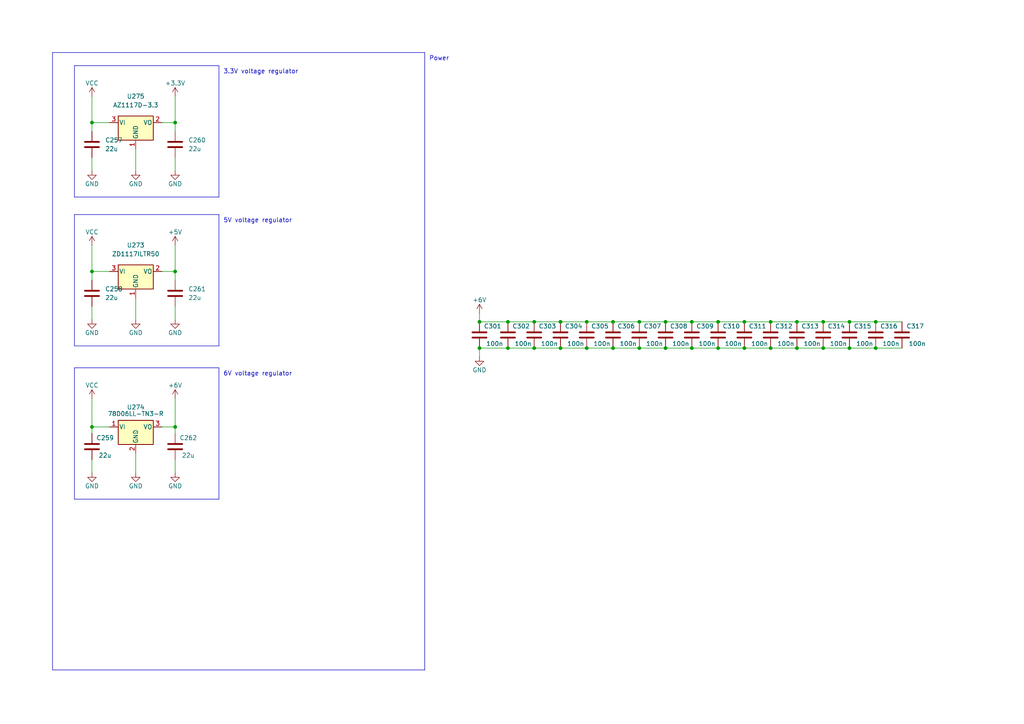
<source format=kicad_sch>
(kicad_sch (version 20230121) (generator eeschema)
  (paper "A4")
  (lib_symbols
    (symbol "Device:C" (pin_numbers hide) (pin_names (offset 0.254))
      (property "Reference" "C" (at 0.635 2.54 0))
      (property "Value" "C" (at 0.635 -2.54 0))
      (symbol "C_0_1"
        (polyline (pts (xy -2.032 -0.762) (xy 2.032 -0.762)) (stroke (width 0.508)))
        (polyline (pts (xy -2.032 0.762) (xy 2.032 0.762)) (stroke (width 0.508)))
      )
      (symbol "C_1_1"
        (pin passive line (at 0 3.81 270) (length 2.794) (name "~") (number "1"))
        (pin passive line (at 0 -3.81 90) (length 2.794) (name "~") (number "2"))
      )
    )
    (symbol "LM1117-3.3_1" (pin_names (offset 0.254))
      (property "Reference" "U274" (at 7.62 -3.81 0))
      (property "Value" "78D06LL-TN3-R" (at 8.89 -6.35 0))
      (symbol "LM1117-3.3_1_0_1"
        (rectangle (start -5.08 -5.08) (end 5.08 1.905) (stroke (width 0.254)) (fill (type background)))
      )
      (symbol "LM1117-3.3_1_1_1"
        (pin power_in line (at -7.62 0 0) (length 2.54) (name "VI") (number "1"))
        (pin power_in line (at 0 -7.62 90) (length 2.54) (name "GND") (number "2"))
        (pin power_out line (at 7.62 0 180) (length 2.54) (name "VO") (number "3"))
      )
    )
    (symbol "Regulator_Linear:LM1117-3.3" (pin_names (offset 0.254))
      (property "Reference" "U" (at -3.81 3.175 0))
      (property "Value" "LM1117-3.3" (at 0 3.175 0))
      (symbol "LM1117-3.3_0_1"
        (rectangle (start -5.08 -5.08) (end 5.08 1.905) (stroke (width 0.254)) (fill (type background)))
      )
      (symbol "LM1117-3.3_1_1"
        (pin power_in line (at 0 -7.62 90) (length 2.54) (name "GND") (number "1"))
        (pin power_out line (at 7.62 0 180) (length 2.54) (name "VO") (number "2"))
        (pin power_in line (at -7.62 0 0) (length 2.54) (name "VI") (number "3"))
      )
    )
    (symbol "power:+3.3V" (power) (pin_names (offset 0))
      (property "Value" "+3.3V" (at 0 3.556 0))
      (symbol "+3.3V_0_1"
        (polyline (pts (xy -0.762 1.27) (xy 0 2.54)))
        (polyline (pts (xy 0 0) (xy 0 2.54)))
        (polyline (pts (xy 0 2.54) (xy 0.762 1.27)))
      )
      (symbol "+3.3V_1_1"
        (pin power_in line (at 0 0 90) (length 0) hide (name "+3.3V") (number "1"))
      )
    )
    (symbol "power:+5V" (power) (pin_names (offset 0))
      (property "Value" "+5V" (at 0 3.556 0))
      (symbol "+5V_0_1"
        (polyline (pts (xy -0.762 1.27) (xy 0 2.54)))
        (polyline (pts (xy 0 0) (xy 0 2.54)))
        (polyline (pts (xy 0 2.54) (xy 0.762 1.27)))
      )
      (symbol "+5V_1_1"
        (pin power_in line (at 0 0 90) (length 0) hide (name "+5V") (number "1"))
      )
    )
    (symbol "power:+6V" (power) (pin_names (offset 0))
      (property "Value" "+6V" (at 0 3.556 0))
      (symbol "+6V_0_1"
        (polyline (pts (xy -0.762 1.27) (xy 0 2.54)))
        (polyline (pts (xy 0 0) (xy 0 2.54)))
        (polyline (pts (xy 0 2.54) (xy 0.762 1.27)))
      )
      (symbol "+6V_1_1"
        (pin power_in line (at 0 0 90) (length 0) hide (name "+6V") (number "1"))
      )
    )
    (symbol "power:GND" (power) (pin_names (offset 0))
      (property "Value" "GND" (at 0 -3.81 0))
      (symbol "GND_0_1"
        (polyline (pts (xy 0 0) (xy 0 -1.27) (xy 1.27 -1.27) (xy 0 -2.54) (xy -1.27 -1.27) (xy 0 -1.27)))
      )
      (symbol "GND_1_1"
        (pin power_in line (at 0 0 270) (length 0) hide (name "GND") (number "1"))
      )
    )
    (symbol "power:VCC" (power) (pin_names (offset 0))
      (property "Value" "VCC" (at 0 3.81 0))
      (symbol "VCC_0_1"
        (polyline (pts (xy -0.762 1.27) (xy 0 2.54)))
        (polyline (pts (xy 0 0) (xy 0 2.54)))
        (polyline (pts (xy 0 2.54) (xy 0.762 1.27)))
      )
      (symbol "VCC_1_1"
        (pin power_in line (at 0 0 90) (length 0) hide (name "VCC") (number "1"))
      )
    )
  )
  (junction (at 215.9 93.345))
  (junction (at 162.56 100.965))
  (junction (at 200.66 93.345))
  (junction (at 208.28 93.345))
  (junction (at 147.32 100.965))
  (junction (at 154.94 100.965))
  (junction (at 208.28 100.965))
  (junction (at 26.67 35.56))
  (junction (at 254 93.345))
  (junction (at 215.9 100.965))
  (junction (at 246.38 93.345))
  (junction (at 238.76 93.345))
  (junction (at 238.76 100.965))
  (junction (at 231.14 93.345))
  (junction (at 177.8 93.345))
  (junction (at 246.38 100.965))
  (junction (at 147.32 93.345))
  (junction (at 177.8 100.965))
  (junction (at 185.42 100.965))
  (junction (at 139.065 93.345))
  (junction (at 185.42 93.345))
  (junction (at 26.67 78.74))
  (junction (at 50.8 123.825))
  (junction (at 223.52 100.965))
  (junction (at 200.66 100.965))
  (junction (at 193.04 100.965))
  (junction (at 223.52 93.345))
  (junction (at 170.18 93.345))
  (junction (at 170.18 100.965))
  (junction (at 26.67 123.825))
  (junction (at 231.14 100.965))
  (junction (at 193.04 93.345))
  (junction (at 139.065 100.965))
  (junction (at 254 100.965))
  (junction (at 50.8 78.74))
  (junction (at 50.8 35.56))
  (junction (at 162.56 93.345))
  (junction (at 154.94 93.345))
  (wire (pts (xy 26.67 35.56) (xy 31.75 35.56)))
  (wire (pts (xy 177.8 93.345) (xy 185.42 93.345)))
  (wire (pts (xy 50.8 27.94) (xy 50.8 35.56)))
  (wire (pts (xy 170.18 93.345) (xy 177.8 93.345)))
  (polyline (pts (xy 21.59 19.05) (xy 21.59 57.15)))
  (wire (pts (xy 139.065 90.805) (xy 139.065 93.345)))
  (polyline (pts (xy 63.5 19.05) (xy 21.59 19.05)))
  (wire (pts (xy 147.32 100.965) (xy 139.065 100.965)))
  (wire (pts (xy 26.67 133.35) (xy 26.67 137.16)))
  (wire (pts (xy 139.065 100.965) (xy 139.065 103.505)))
  (polyline (pts (xy 21.59 62.23) (xy 21.59 100.33)))
  (wire (pts (xy 208.28 100.965) (xy 200.66 100.965)))
  (polyline (pts (xy 21.59 57.15) (xy 63.5 57.15)))
  (polyline (pts (xy 63.5 62.23) (xy 21.59 62.23)))
  (wire (pts (xy 208.28 93.345) (xy 215.9 93.345)))
  (wire (pts (xy 50.8 71.12) (xy 50.8 78.74)))
  (wire (pts (xy 26.67 115.57) (xy 26.67 123.825)))
  (wire (pts (xy 223.52 93.345) (xy 231.14 93.345)))
  (wire (pts (xy 223.52 100.965) (xy 215.9 100.965)))
  (wire (pts (xy 246.38 100.965) (xy 238.76 100.965)))
  (wire (pts (xy 162.56 100.965) (xy 154.94 100.965)))
  (polyline (pts (xy 15.24 194.31) (xy 123.19 194.31)))
  (wire (pts (xy 185.42 100.965) (xy 177.8 100.965)))
  (wire (pts (xy 246.38 93.345) (xy 254 93.345)))
  (polyline (pts (xy 15.24 15.24) (xy 123.19 15.24)))
  (wire (pts (xy 39.37 131.445) (xy 39.37 137.16)))
  (wire (pts (xy 26.67 88.9) (xy 26.67 92.71)))
  (polyline (pts (xy 21.59 106.68) (xy 21.59 144.78)))
  (wire (pts (xy 215.9 100.965) (xy 208.28 100.965)))
  (wire (pts (xy 26.67 71.12) (xy 26.67 78.74)))
  (wire (pts (xy 26.67 123.825) (xy 31.75 123.825)))
  (polyline (pts (xy 21.59 100.33) (xy 63.5 100.33)))
  (wire (pts (xy 185.42 93.345) (xy 193.04 93.345)))
  (wire (pts (xy 215.9 93.345) (xy 223.52 93.345)))
  (wire (pts (xy 238.76 100.965) (xy 231.14 100.965)))
  (wire (pts (xy 26.67 78.74) (xy 31.75 78.74)))
  (wire (pts (xy 46.99 123.825) (xy 50.8 123.825)))
  (polyline (pts (xy 15.24 15.24) (xy 15.24 194.31)))
  (polyline (pts (xy 21.59 144.78) (xy 63.5 144.78)))
  (wire (pts (xy 39.37 43.18) (xy 39.37 49.53)))
  (polyline (pts (xy 123.19 194.31) (xy 123.19 15.24)))
  (wire (pts (xy 26.67 123.825) (xy 26.67 125.73)))
  (wire (pts (xy 154.94 100.965) (xy 147.32 100.965)))
  (wire (pts (xy 50.8 45.72) (xy 50.8 49.53)))
  (polyline (pts (xy 63.5 100.33) (xy 63.5 62.23)))
  (wire (pts (xy 50.8 133.35) (xy 50.8 137.16)))
  (wire (pts (xy 50.8 78.74) (xy 50.8 81.28)))
  (wire (pts (xy 200.66 100.965) (xy 193.04 100.965)))
  (wire (pts (xy 50.8 115.57) (xy 50.8 123.825)))
  (wire (pts (xy 50.8 35.56) (xy 50.8 38.1)))
  (wire (pts (xy 50.8 123.825) (xy 50.8 125.73)))
  (wire (pts (xy 254 93.345) (xy 261.62 93.345)))
  (wire (pts (xy 46.99 78.74) (xy 50.8 78.74)))
  (wire (pts (xy 238.76 93.345) (xy 246.38 93.345)))
  (wire (pts (xy 26.67 35.56) (xy 26.67 38.1)))
  (wire (pts (xy 154.94 93.345) (xy 162.56 93.345)))
  (wire (pts (xy 200.66 93.345) (xy 208.28 93.345)))
  (wire (pts (xy 177.8 100.965) (xy 170.18 100.965)))
  (wire (pts (xy 26.67 27.94) (xy 26.67 35.56)))
  (wire (pts (xy 261.62 100.965) (xy 254 100.965)))
  (wire (pts (xy 50.8 88.9) (xy 50.8 92.71)))
  (polyline (pts (xy 63.5 144.78) (xy 63.5 106.68)))
  (wire (pts (xy 162.56 93.345) (xy 170.18 93.345)))
  (wire (pts (xy 46.99 35.56) (xy 50.8 35.56)))
  (wire (pts (xy 193.04 93.345) (xy 200.66 93.345)))
  (wire (pts (xy 26.67 45.72) (xy 26.67 49.53)))
  (wire (pts (xy 147.32 93.345) (xy 154.94 93.345)))
  (wire (pts (xy 26.67 78.74) (xy 26.67 81.28)))
  (wire (pts (xy 231.14 93.345) (xy 238.76 93.345)))
  (polyline (pts (xy 63.5 57.15) (xy 63.5 19.05)))
  (polyline (pts (xy 63.5 106.68) (xy 21.59 106.68)))
  (wire (pts (xy 139.065 93.345) (xy 147.32 93.345)))
  (wire (pts (xy 231.14 100.965) (xy 223.52 100.965)))
  (wire (pts (xy 193.04 100.965) (xy 185.42 100.965)))
  (wire (pts (xy 39.37 86.36) (xy 39.37 92.71)))
  (wire (pts (xy 170.18 100.965) (xy 162.56 100.965)))
  (wire (pts (xy 254 100.965) (xy 246.38 100.965)))
  (text "5V voltage regulator" (at 64.77 64.77 0) (effects (font (size 1.27 1.27)) (justify left bottom)))
  (text "Power" (at 124.46 17.78 0) (effects (font (size 1.27 1.27)) (justify left bottom)))
  (text "3.3V voltage regulator" (at 64.77 21.59 0) (effects (font (size 1.27 1.27)) (justify left bottom)))
  (text "6V voltage regulator" (at 64.77 109.22 0) (effects (font (size 1.27 1.27)) (justify left bottom)))
  (symbol (lib_id "Device:C") (at 162.56 97.155 0) (unit 1)
    (property "Reference" "C304" (at 163.83 94.615 0) (effects (justify left)))
    (property "Value" "100n" (at 164.465 99.695 0) (effects (justify left)))
    (property "Footprint" "Capacitor_SMD:C_0603_1608Metric" (effects hide))
  )
  (symbol (lib_id "power:GND") (at 50.8 137.16 0) (unit 1)
    (property "Reference" "#PWR0634" (effects hide))
    (property "Value" "GND" (at 50.8 140.97 0))
  )
  (symbol (lib_id "power:GND") (at 26.67 92.71 0) (unit 1)
    (property "Reference" "#PWR0624" (effects hide))
    (property "Value" "GND" (at 26.67 96.52 0))
  )
  (symbol (lib_id "power:GND") (at 39.37 137.16 0) (unit 1)
    (property "Reference" "#PWR0639" (effects hide))
    (property "Value" "GND" (at 39.37 140.97 0))
  )
  (symbol (lib_id "Device:C") (at 231.14 97.155 0) (unit 1)
    (property "Reference" "C313" (at 232.41 94.615 0) (effects (justify left)))
    (property "Value" "100n" (at 233.045 99.695 0) (effects (justify left)))
    (property "Footprint" "Capacitor_SMD:C_0603_1608Metric" (effects hide))
  )
  (symbol (lib_id "power:+3.3V") (at 50.8 27.94 0) (unit 1)
    (property "Reference" "#PWR0642" (effects hide))
    (property "Value" "+3.3V" (at 50.8 24.13 0))
  )
  (symbol (lib_id "Device:C") (at 154.94 97.155 0) (unit 1)
    (property "Reference" "C303" (at 156.21 94.615 0) (effects (justify left)))
    (property "Value" "100n" (at 156.845 99.695 0) (effects (justify left)))
    (property "Footprint" "Capacitor_SMD:C_0603_1608Metric" (effects hide))
  )
  (symbol (lib_id "power:GND") (at 26.67 137.16 0) (unit 1)
    (property "Reference" "#PWR0632" (effects hide))
    (property "Value" "GND" (at 26.67 140.97 0))
  )
  (symbol (lib_id "Device:C") (at 261.62 97.155 0) (unit 1)
    (property "Reference" "C317" (at 262.89 94.615 0) (effects (justify left)))
    (property "Value" "100n" (at 263.525 99.695 0) (effects (justify left)))
    (property "Footprint" "Capacitor_SMD:C_0603_1608Metric" (effects hide))
  )
  (symbol (lib_id "Device:C") (at 50.8 129.54 0) (unit 1)
    (property "Reference" "C262" (at 52.07 127 0) (effects (justify left)))
    (property "Value" "22u" (at 52.705 132.08 0) (effects (justify left)))
    (property "Footprint" "Capacitor_SMD:C_0805_2012Metric" (effects hide))
  )
  (symbol (lib_name "LM1117-3.3_1") (lib_id "Regulator_Linear:LM1117-3.3") (at 39.37 123.825 0) (unit 1)
    (property "Reference" "U274" (at 39.37 118.11 0))
    (property "Value" "78D06LL-TN3-R" (at 39.37 120.015 0))
    (property "Footprint" "Package_TO_SOT_SMD:TO-252-2" (effects hide))
    (property "Datasheet" "https://datasheet.lcsc.com/lcsc/1809011720_UTC-Unisonic-Tech-78D06LL-TN3-R_C171523.pdf" (effects hide))
  )
  (symbol (lib_id "power:VCC") (at 26.67 115.57 0) (unit 1)
    (property "Reference" "#PWR0629" (effects hide))
    (property "Value" "VCC" (at 26.67 111.76 0))
  )
  (symbol (lib_id "Device:C") (at 254 97.155 0) (unit 1)
    (property "Reference" "C316" (at 255.27 94.615 0) (effects (justify left)))
    (property "Value" "100n" (at 255.905 99.695 0) (effects (justify left)))
    (property "Footprint" "Capacitor_SMD:C_0603_1608Metric" (effects hide))
  )
  (symbol (lib_id "power:GND") (at 50.8 49.53 0) (unit 1)
    (property "Reference" "#PWR0618" (effects hide))
    (property "Value" "GND" (at 50.8 53.34 0))
  )
  (symbol (lib_id "power:GND") (at 139.065 103.505 0) (unit 1)
    (property "Reference" "#PWR0678" (effects hide))
    (property "Value" "GND" (at 139.065 107.315 0))
  )
  (symbol (lib_id "Device:C") (at 193.04 97.155 0) (unit 1)
    (property "Reference" "C308" (at 194.31 94.615 0) (effects (justify left)))
    (property "Value" "100n" (at 194.945 99.695 0) (effects (justify left)))
    (property "Footprint" "Capacitor_SMD:C_0603_1608Metric" (effects hide))
  )
  (symbol (lib_id "Device:C") (at 185.42 97.155 0) (unit 1)
    (property "Reference" "C307" (at 186.69 94.615 0) (effects (justify left)))
    (property "Value" "100n" (at 187.325 99.695 0) (effects (justify left)))
    (property "Footprint" "Capacitor_SMD:C_0603_1608Metric" (effects hide))
  )
  (symbol (lib_id "Device:C") (at 238.76 97.155 0) (unit 1)
    (property "Reference" "C314" (at 240.03 94.615 0) (effects (justify left)))
    (property "Value" "100n" (at 240.665 99.695 0) (effects (justify left)))
    (property "Footprint" "Capacitor_SMD:C_0603_1608Metric" (effects hide))
  )
  (symbol (lib_id "Device:C") (at 50.8 41.91 0) (unit 1)
    (property "Reference" "C260" (at 54.61 40.6399 0) (effects (justify left)))
    (property "Value" "22u" (at 54.61 43.1799 0) (effects (justify left)))
    (property "Footprint" "Capacitor_SMD:C_0805_2012Metric" (effects hide))
  )
  (symbol (lib_id "power:+5V") (at 50.8 71.12 0) (unit 1)
    (property "Reference" "#PWR0628" (effects hide))
    (property "Value" "+5V" (at 50.8 67.31 0))
  )
  (symbol (lib_id "Device:C") (at 147.32 97.155 0) (unit 1)
    (property "Reference" "C302" (at 148.59 94.615 0) (effects (justify left)))
    (property "Value" "100n" (at 149.225 99.695 0) (effects (justify left)))
    (property "Footprint" "Capacitor_SMD:C_0603_1608Metric" (effects hide))
  )
  (symbol (lib_id "Device:C") (at 26.67 129.54 0) (unit 1)
    (property "Reference" "C259" (at 27.94 127 0) (effects (justify left)))
    (property "Value" "22u" (at 28.575 132.08 0) (effects (justify left)))
    (property "Footprint" "Capacitor_SMD:C_0805_2012Metric" (effects hide))
  )
  (symbol (lib_id "Device:C") (at 26.67 41.91 0) (unit 1)
    (property "Reference" "C257" (at 30.48 40.6399 0) (effects (justify left)))
    (property "Value" "22u" (at 30.48 43.1799 0) (effects (justify left)))
    (property "Footprint" "Capacitor_SMD:C_0805_2012Metric" (effects hide))
  )
  (symbol (lib_id "Regulator_Linear:LM1117-3.3") (at 39.37 35.56 0) (unit 1)
    (property "Reference" "U275" (at 39.37 27.94 0))
    (property "Value" "AZ1117D-3.3" (at 39.37 30.48 0))
    (property "Footprint" "Package_TO_SOT_SMD:TO-252-2" (effects hide))
    (property "Datasheet" "https://datasheet.lcsc.com/lcsc/1810081510_UTC-Unisonic-Tech-UZ1085L-33-TN3-R_C125622.pdf" (effects hide))
  )
  (symbol (lib_id "power:GND") (at 39.37 92.71 0) (unit 1)
    (property "Reference" "#PWR0625" (effects hide))
    (property "Value" "GND" (at 39.37 96.52 0))
  )
  (symbol (lib_id "power:+6V") (at 50.8 115.57 0) (unit 1)
    (property "Reference" "#PWR0638" (effects hide))
    (property "Value" "+6V" (at 50.8 111.76 0))
  )
  (symbol (lib_id "power:GND") (at 50.8 92.71 0) (unit 1)
    (property "Reference" "#PWR0627" (effects hide))
    (property "Value" "GND" (at 50.8 96.52 0))
  )
  (symbol (lib_id "Regulator_Linear:LM1117-3.3") (at 39.37 78.74 0) (unit 1)
    (property "Reference" "U273" (at 39.37 71.12 0))
    (property "Value" "ZD1117ILTR50" (at 39.37 73.66 0))
    (property "Footprint" "Package_TO_SOT_SMD:TO-252-2" (effects hide))
    (property "Datasheet" "https://datasheet.lcsc.com/lcsc/2205131445_Zetta-ZD1117ILTR50_C2928931.pdf" (effects hide))
  )
  (symbol (lib_id "Device:C") (at 200.66 97.155 0) (unit 1)
    (property "Reference" "C309" (at 201.93 94.615 0) (effects (justify left)))
    (property "Value" "100n" (at 202.565 99.695 0) (effects (justify left)))
    (property "Footprint" "Capacitor_SMD:C_0603_1608Metric" (effects hide))
  )
  (symbol (lib_id "power:GND") (at 26.67 49.53 0) (unit 1)
    (property "Reference" "#PWR0621" (effects hide))
    (property "Value" "GND" (at 26.67 53.34 0))
  )
  (symbol (lib_id "power:VCC") (at 26.67 71.12 0) (unit 1)
    (property "Reference" "#PWR0616" (effects hide))
    (property "Value" "VCC" (at 26.67 67.31 0))
  )
  (symbol (lib_id "Device:C") (at 50.8 85.09 0) (unit 1)
    (property "Reference" "C261" (at 54.61 83.8199 0) (effects (justify left)))
    (property "Value" "22u" (at 54.61 86.3599 0) (effects (justify left)))
    (property "Footprint" "Capacitor_SMD:C_0805_2012Metric" (effects hide))
  )
  (symbol (lib_id "Device:C") (at 26.67 85.09 0) (unit 1)
    (property "Reference" "C258" (at 30.48 83.8199 0) (effects (justify left)))
    (property "Value" "22u" (at 30.48 86.3599 0) (effects (justify left)))
    (property "Footprint" "Capacitor_SMD:C_0805_2012Metric" (effects hide))
  )
  (symbol (lib_id "power:+6V") (at 139.065 90.805 0) (unit 1)
    (property "Reference" "#PWR0677" (effects hide))
    (property "Value" "+6V" (at 139.065 86.995 0))
  )
  (symbol (lib_id "Device:C") (at 139.065 97.155 0) (unit 1)
    (property "Reference" "C301" (at 140.335 94.615 0) (effects (justify left)))
    (property "Value" "100n" (at 140.97 99.695 0) (effects (justify left)))
    (property "Footprint" "Capacitor_SMD:C_0603_1608Metric" (effects hide))
  )
  (symbol (lib_id "Device:C") (at 177.8 97.155 0) (unit 1)
    (property "Reference" "C306" (at 179.07 94.615 0) (effects (justify left)))
    (property "Value" "100n" (at 179.705 99.695 0) (effects (justify left)))
    (property "Footprint" "Capacitor_SMD:C_0603_1608Metric" (effects hide))
  )
  (symbol (lib_id "power:VCC") (at 26.67 27.94 0) (unit 1)
    (property "Reference" "#PWR0640" (effects hide))
    (property "Value" "VCC" (at 26.67 24.13 0))
  )
  (symbol (lib_id "Device:C") (at 170.18 97.155 0) (unit 1)
    (property "Reference" "C305" (at 171.45 94.615 0) (effects (justify left)))
    (property "Value" "100n" (at 172.085 99.695 0) (effects (justify left)))
    (property "Footprint" "Capacitor_SMD:C_0603_1608Metric" (effects hide))
  )
  (symbol (lib_id "Device:C") (at 223.52 97.155 0) (unit 1)
    (property "Reference" "C312" (at 224.79 94.615 0) (effects (justify left)))
    (property "Value" "100n" (at 225.425 99.695 0) (effects (justify left)))
    (property "Footprint" "Capacitor_SMD:C_0603_1608Metric" (effects hide))
  )
  (symbol (lib_id "power:GND") (at 39.37 49.53 0) (unit 1)
    (property "Reference" "#PWR0622" (effects hide))
    (property "Value" "GND" (at 39.37 53.34 0))
  )
  (symbol (lib_id "Device:C") (at 208.28 97.155 0) (unit 1)
    (property "Reference" "C310" (at 209.55 94.615 0) (effects (justify left)))
    (property "Value" "100n" (at 210.185 99.695 0) (effects (justify left)))
    (property "Footprint" "Capacitor_SMD:C_0603_1608Metric" (effects hide))
  )
  (symbol (lib_id "Device:C") (at 246.38 97.155 0) (unit 1)
    (property "Reference" "C315" (at 247.65 94.615 0) (effects (justify left)))
    (property "Value" "100n" (at 248.285 99.695 0) (effects (justify left)))
    (property "Footprint" "Capacitor_SMD:C_0603_1608Metric" (effects hide))
  )
  (symbol (lib_id "Device:C") (at 215.9 97.155 0) (unit 1)
    (property "Reference" "C311" (at 217.17 94.615 0) (effects (justify left)))
    (property "Value" "100n" (at 217.805 99.695 0) (effects (justify left)))
    (property "Footprint" "Capacitor_SMD:C_0603_1608Metric" (effects hide))
  )
)
</source>
